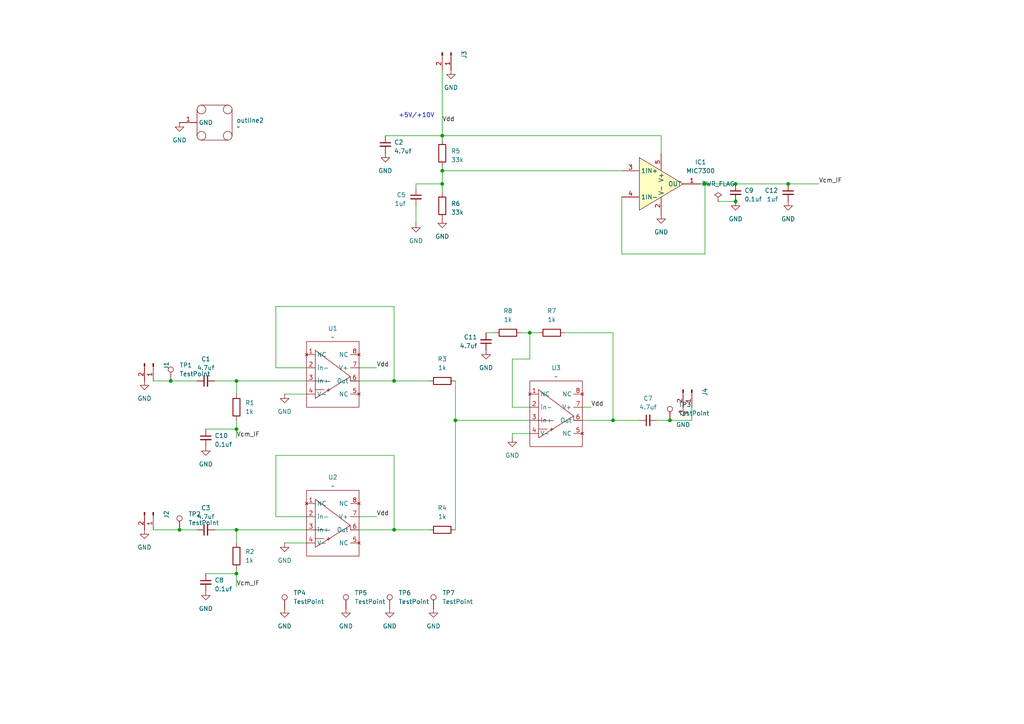
<source format=kicad_sch>
(kicad_sch (version 20231120) (generator "eeschema") (generator_version "8.0")
  (paper "A4")
  (lib_symbols
    (symbol "Connector:Conn_01x02_Pin" (pin_names (offset 1.016) hide)
      (property "Reference" "J" (at 0 2.54 0))
      (property "Value" "Conn_01x02_Pin" (at 0 -5.08 0))
      (symbol "Conn_01x02_Pin_1_1"
        (polyline (pts (xy 1.27 -2.54) (xy 0.8636 -2.54)) (stroke (width 0.1524)))
        (polyline (pts (xy 1.27 0) (xy 0.8636 0)) (stroke (width 0.1524)))
        (rectangle (start 0.8636 -2.413) (end 0 -2.667) (stroke (width 0.1524)) (fill (type outline)))
        (rectangle (start 0.8636 0.127) (end 0 -0.127) (stroke (width 0.1524)) (fill (type outline)))
        (pin passive line (at 5.08 0 180) (length 3.81) (name "Pin_1") (number "1"))
        (pin passive line (at 5.08 -2.54 180) (length 3.81) (name "Pin_2") (number "2"))
      )
    )
    (symbol "Connector:TestPoint" (pin_numbers hide) (pin_names (offset 0.762) hide)
      (property "Reference" "TP" (at 0 6.858 0))
      (property "Value" "TestPoint" (at 0 5.08 0))
      (symbol "TestPoint_0_1"
        (circle (center 0 3.302) (radius 0.762))
      )
      (symbol "TestPoint_1_1"
        (pin passive line (at 0 0 90) (length 2.54) (name "1") (number "1"))
      )
    )
    (symbol "Device:C_Small" (pin_numbers hide) (pin_names (offset 0.254) hide)
      (property "Reference" "C" (at 0.254 1.778 0))
      (property "Value" "C_Small" (at 0.254 -2.032 0))
      (symbol "C_Small_0_1"
        (polyline (pts (xy -1.524 -0.508) (xy 1.524 -0.508)) (stroke (width 0.3302)))
        (polyline (pts (xy -1.524 0.508) (xy 1.524 0.508)) (stroke (width 0.3048)))
      )
      (symbol "C_Small_1_1"
        (pin passive line (at 0 2.54 270) (length 2.032) (name "~") (number "1"))
        (pin passive line (at 0 -2.54 90) (length 2.032) (name "~") (number "2"))
      )
    )
    (symbol "Device:R" (pin_numbers hide) (pin_names (offset 0))
      (property "Reference" "R" (at 2.032 0 90))
      (property "Value" "R" (at 0 0 90))
      (symbol "R_0_1"
        (rectangle (start -1.016 -2.54) (end 1.016 2.54) (stroke (width 0.254)))
      )
      (symbol "R_1_1"
        (pin passive line (at 0 3.81 270) (length 1.27) (name "~") (number "1"))
        (pin passive line (at 0 -3.81 90) (length 1.27) (name "~") (number "2"))
      )
    )
    (symbol "MUSIC_LAB:MIC7300"
      (property "Reference" "IC" (at 16.51 10.16 0))
      (property "Value" "MIC7300" (at 15.24 6.35 0))
      (symbol "MIC7300_1_1"
        (polyline (pts (xy 5.08 7.62) (xy 5.08 -7.62) (xy 17.78 0) (xy 5.08 7.62)) (fill (type background)))
        (pin passive line (at 22.86 0 180) (length 5.08) (name "OUT") (number "1"))
        (pin passive line (at 11.43 -8.89 90) (length 5.08) (name "V-") (number "2"))
        (pin passive line (at 0 3.81 0) (length 5.08) (name "1IN+") (number "3"))
        (pin passive line (at 0 -3.81 0) (length 5.08) (name "1IN-") (number "4"))
        (pin passive line (at 11.43 8.89 270) (length 5.08) (name "V+") (number "5"))
      )
    )
    (symbol "MUSIC_LAB:OPA1611_SOIC8"
      (property "Reference" "U" (at 0 13.97 0))
      (symbol "OPA1611_SOIC8_0_0"
        (text "+" (at -1.27 6.35 0) (effects (font (size 1.27 1.27))))
        (text "-" (at -1.27 8.89 0) (effects (font (size 1.27 1.27))))
      )
      (symbol "OPA1611_SOIC8_0_1"
        (rectangle (start -7.62 20.32) (end 7.62 1.27))
        (polyline (pts (xy -5.08 6.35) (xy -2.54 6.35)))
        (polyline (pts (xy -5.08 8.89) (xy -2.54 8.89)))
        (polyline (pts (xy -5.08 17.78) (xy -5.08 3.81) (xy 5.08 10.16) (xy -5.08 17.78)))
        (polyline (pts (xy 5.08 10.16) (xy 5.08 10.16) (xy 5.08 8.89) (xy 6.985 8.89)))
      )
      (symbol "OPA1611_SOIC8_1_1"
        (pin no_connect line (at -7.62 16.51 0) (length 2.54) (name "NC") (number "1"))
        (pin input line (at -7.62 12.7 0) (length 2.54) (name "in-") (number "2"))
        (pin input line (at -7.62 8.89 0) (length 2.54) (name "in+") (number "3"))
        (pin passive line (at -7.62 5.08 0) (length 2.54) (name "V-") (number "4"))
        (pin no_connect line (at 7.62 5.08 180) (length 2.54) (name "NC") (number "5"))
        (pin output line (at 7.62 8.89 180) (length 2.54) (name "Out") (number "6"))
        (pin passive line (at 7.62 12.7 180) (length 2.54) (name "V+") (number "7"))
        (pin no_connect line (at 7.62 16.51 180) (length 2.54) (name "NC") (number "8"))
      )
    )
    (symbol "MUSIC_LAB:outline"
      (property "Reference" "outline" (at 0 6.35 0))
      (symbol "outline_0_1"
        (circle (center -3.81 -3.81) (radius 1.27))
        (circle (center -3.81 3.81) (radius 1.27))
        (polyline (pts (xy -5.08 3.81) (xy -5.08 -3.81)))
        (polyline (pts (xy -3.81 -5.08) (xy 3.81 -5.08)))
        (polyline (pts (xy 3.81 5.08) (xy -3.81 5.08)))
        (polyline (pts (xy 5.08 3.81) (xy 5.08 -3.81)))
        (circle (center 3.81 -3.81) (radius 1.27))
        (circle (center 3.81 3.81) (radius 1.27))
      )
      (symbol "outline_1_1"
        (pin free line (at -10.16 0 0) (length 5.08) (name "GND") (number "1"))
      )
    )
    (symbol "power:GND" (power) (pin_numbers hide) (pin_names (offset 0) hide)
      (property "Value" "GND" (at 0 -3.81 0))
      (symbol "GND_0_1"
        (polyline (pts (xy 0 0) (xy 0 -1.27) (xy 1.27 -1.27) (xy 0 -2.54) (xy -1.27 -1.27) (xy 0 -1.27)))
      )
      (symbol "GND_1_1"
        (pin power_in line (at 0 0 270) (length 0) (name "~") (number "1"))
      )
    )
    (symbol "power:PWR_FLAG" (power) (pin_numbers hide) (pin_names (offset 0) hide)
      (property "Value" "PWR_FLAG" (at 0 3.81 0))
      (symbol "PWR_FLAG_0_0"
        (pin power_out line (at 0 0 90) (length 0) (name "~") (number "1"))
      )
      (symbol "PWR_FLAG_0_1"
        (polyline (pts (xy 0 0) (xy 0 1.27) (xy -1.016 1.905) (xy 0 2.54) (xy 1.016 1.905) (xy 0 1.27)))
      )
    )
  )
  (junction (at 68.58 166.37))
  (junction (at 68.58 110.49))
  (junction (at 128.27 49.53))
  (junction (at 128.27 39.37))
  (junction (at 49.53 110.49))
  (junction (at 194.31 121.92))
  (junction (at 68.58 124.46))
  (junction (at 228.6 53.34))
  (junction (at 114.3 110.49))
  (junction (at 132.08 121.92))
  (junction (at 68.58 153.67))
  (junction (at 114.3 153.67))
  (junction (at 177.8 121.92))
  (junction (at 52.07 153.67))
  (junction (at 204.47 53.34))
  (junction (at 128.27 53.34))
  (junction (at 213.36 53.34))
  (junction (at 153.67 96.52))
  (junction (at 213.36 58.42))
  (wire (pts (xy 80.01 88.9) (xy 114.3 88.9)))
  (wire (pts (xy 177.8 121.92) (xy 185.42 121.92)))
  (wire (pts (xy 68.58 165.1) (xy 68.58 166.37)))
  (wire (pts (xy 120.65 64.77) (xy 120.65 59.69)))
  (wire (pts (xy 59.69 166.37) (xy 68.58 166.37)))
  (wire (pts (xy 80.01 132.08) (xy 114.3 132.08)))
  (wire (pts (xy 88.9 149.86) (xy 80.01 149.86)))
  (wire (pts (xy 80.01 149.86) (xy 80.01 132.08)))
  (wire (pts (xy 128.27 39.37) (xy 128.27 40.64)))
  (wire (pts (xy 153.67 121.92) (xy 132.08 121.92)))
  (wire (pts (xy 114.3 110.49) (xy 124.46 110.49)))
  (wire (pts (xy 80.01 106.68) (xy 80.01 88.9)))
  (wire (pts (xy 177.8 96.52) (xy 177.8 121.92)))
  (wire (pts (xy 88.9 106.68) (xy 80.01 106.68)))
  (wire (pts (xy 140.97 96.52) (xy 143.51 96.52)))
  (wire (pts (xy 62.23 153.67) (xy 68.58 153.67)))
  (wire (pts (xy 68.58 153.67) (xy 88.9 153.67)))
  (wire (pts (xy 44.45 110.49) (xy 49.53 110.49)))
  (wire (pts (xy 204.47 53.34) (xy 213.36 53.34)))
  (wire (pts (xy 194.31 121.92) (xy 190.5 121.92)))
  (wire (pts (xy 128.27 39.37) (xy 191.77 39.37)))
  (wire (pts (xy 104.14 149.86) (xy 109.22 149.86)))
  (wire (pts (xy 153.67 96.52) (xy 156.21 96.52)))
  (wire (pts (xy 153.67 104.14) (xy 153.67 96.52)))
  (wire (pts (xy 114.3 132.08) (xy 114.3 153.67)))
  (wire (pts (xy 204.47 73.66) (xy 204.47 53.34)))
  (wire (pts (xy 59.69 124.46) (xy 68.58 124.46)))
  (wire (pts (xy 148.59 125.73) (xy 153.67 125.73)))
  (wire (pts (xy 128.27 20.32) (xy 128.27 39.37)))
  (wire (pts (xy 68.58 110.49) (xy 68.58 114.3)))
  (wire (pts (xy 191.77 39.37) (xy 191.77 44.45)))
  (wire (pts (xy 68.58 121.92) (xy 68.58 124.46)))
  (wire (pts (xy 128.27 49.53) (xy 128.27 48.26)))
  (wire (pts (xy 104.14 106.68) (xy 109.22 106.68)))
  (wire (pts (xy 213.36 53.34) (xy 228.6 53.34)))
  (wire (pts (xy 104.14 153.67) (xy 114.3 153.67)))
  (wire (pts (xy 44.45 153.67) (xy 52.07 153.67)))
  (wire (pts (xy 82.55 114.3) (xy 88.9 114.3)))
  (wire (pts (xy 148.59 127) (xy 148.59 125.73)))
  (wire (pts (xy 68.58 153.67) (xy 68.58 157.48)))
  (wire (pts (xy 132.08 110.49) (xy 132.08 121.92)))
  (wire (pts (xy 120.65 53.34) (xy 128.27 53.34)))
  (wire (pts (xy 200.66 121.92) (xy 194.31 121.92)))
  (wire (pts (xy 153.67 118.11) (xy 148.59 118.11)))
  (wire (pts (xy 128.27 53.34) (xy 128.27 55.88)))
  (wire (pts (xy 177.8 121.92) (xy 168.91 121.92)))
  (wire (pts (xy 203.2 53.34) (xy 204.47 53.34)))
  (wire (pts (xy 62.23 110.49) (xy 68.58 110.49)))
  (wire (pts (xy 163.83 96.52) (xy 177.8 96.52)))
  (wire (pts (xy 49.53 110.49) (xy 57.15 110.49)))
  (wire (pts (xy 52.07 153.67) (xy 57.15 153.67)))
  (wire (pts (xy 68.58 110.49) (xy 88.9 110.49)))
  (wire (pts (xy 114.3 153.67) (xy 124.46 153.67)))
  (wire (pts (xy 148.59 118.11) (xy 148.59 104.14)))
  (wire (pts (xy 180.34 49.53) (xy 128.27 49.53)))
  (wire (pts (xy 151.13 96.52) (xy 153.67 96.52)))
  (wire (pts (xy 180.34 73.66) (xy 204.47 73.66)))
  (wire (pts (xy 180.34 57.15) (xy 180.34 73.66)))
  (wire (pts (xy 82.55 157.48) (xy 88.9 157.48)))
  (wire (pts (xy 104.14 110.49) (xy 114.3 110.49)))
  (wire (pts (xy 111.76 39.37) (xy 128.27 39.37)))
  (wire (pts (xy 132.08 121.92) (xy 132.08 153.67)))
  (wire (pts (xy 200.66 118.11) (xy 200.66 121.92)))
  (wire (pts (xy 120.65 54.61) (xy 120.65 53.34)))
  (wire (pts (xy 68.58 124.46) (xy 68.58 127)))
  (wire (pts (xy 171.45 118.11) (xy 168.91 118.11)))
  (wire (pts (xy 208.28 58.42) (xy 213.36 58.42)))
  (wire (pts (xy 114.3 88.9) (xy 114.3 110.49)))
  (wire (pts (xy 148.59 104.14) (xy 153.67 104.14)))
  (wire (pts (xy 228.6 53.34) (xy 237.49 53.34)))
  (wire (pts (xy 68.58 166.37) (xy 68.58 170.18)))
  (wire (pts (xy 128.27 49.53) (xy 128.27 53.34)))
  (text "+5V/+10V" (at 115.57 34.29 0) (effects (font (size 1.27 1.27)) (justify left bottom)))
  (label "Vdd" (at 109.22 149.86 0))
  (label "Vdd" (at 109.22 106.68 0))
  (label "Vdd" (at 128.27 35.56 0))
  (label "Vcm_IF" (at 237.49 53.34 0))
  (label "Vcm_IF" (at 68.58 170.18 0))
  (label "Vdd" (at 171.45 118.11 0))
  (label "Vcm_IF" (at 68.58 127 0))
  (symbol (lib_id "Connector:Conn_01x02_Pin") (at 130.81 15.24 270) (unit 1)
    (property "Reference" "J3" (at 134.62 15.875 0))
    (property "Value" "Conn_01x02_Pin" (effects (hide yes)))
    (property "Footprint" "Connector_JST:JST_XH_B2B-XH-AM_1x02_P2.50mm_Vertical" (effects (hide yes)))
    (property "Description" "Generic connector, single row, 01x02, script generated" (effects (hide yes)))
  )
  (symbol (lib_id "Device:R") (at 128.27 110.49 270) (unit 1)
    (property "Reference" "R3" (at 128.27 104.14 90))
    (property "Value" "1k" (at 128.27 106.68 90))
    (property "Footprint" "Capacitor_SMD:C_0402_1005Metric" (effects (hide yes)))
    (property "Description" "Resistor" (effects (hide yes)))
  )
  (symbol (lib_id "power:GND") (at 113.03 176.53 0) (unit 1)
    (property "Reference" "#PWR020" (effects (hide yes)))
    (property "Value" "GND" (at 113.03 181.61 0))
    (property "Description" "Power symbol creates a global label with name \"GND\" , ground" (effects (hide yes)))
  )
  (symbol (lib_id "Device:R") (at 160.02 96.52 270) (unit 1)
    (property "Reference" "R7" (at 160.02 90.17 90))
    (property "Value" "1k" (at 160.02 92.71 90))
    (property "Footprint" "Capacitor_SMD:C_0402_1005Metric" (effects (hide yes)))
    (property "Description" "Resistor" (effects (hide yes)))
  )
  (symbol (lib_id "Device:C_Small") (at 59.69 153.67 90) (mirror x) (unit 1)
    (property "Reference" "C3" (at 59.6963 147.32 90))
    (property "Value" "4.7uf" (at 59.6963 149.86 90))
    (property "Footprint" "Capacitor_SMD:C_0603_1608Metric" (effects (hide yes)))
    (property "Description" "Unpolarized capacitor, small symbol" (effects (hide yes)))
  )
  (symbol (lib_id "power:GND") (at 59.69 171.45 0) (unit 1)
    (property "Reference" "#PWR015" (effects (hide yes)))
    (property "Value" "GND" (at 59.69 176.53 0))
    (property "Description" "Power symbol creates a global label with name \"GND\" , ground" (effects (hide yes)))
  )
  (symbol (lib_id "power:GND") (at 59.69 129.54 0) (unit 1)
    (property "Reference" "#PWR016" (effects (hide yes)))
    (property "Value" "GND" (at 59.69 134.62 0))
    (property "Description" "Power symbol creates a global label with name \"GND\" , ground" (effects (hide yes)))
  )
  (symbol (lib_id "power:GND") (at 148.59 127 0) (unit 1)
    (property "Reference" "#PWR011" (effects (hide yes)))
    (property "Value" "GND" (at 148.59 132.08 0))
    (property "Description" "Power symbol creates a global label with name \"GND\" , ground" (effects (hide yes)))
  )
  (symbol (lib_id "Connector:Conn_01x02_Pin") (at 44.45 148.59 270) (unit 1)
    (property "Reference" "J2" (at 48.26 149.225 0))
    (property "Value" "Conn_01x02_Pin" (effects (hide yes)))
    (property "Footprint" "MUSIC_Lab:SMA_KHD_Back" (effects (hide yes)))
    (property "Description" "Generic connector, single row, 01x02, script generated" (effects (hide yes)))
  )
  (symbol (lib_id "Device:C_Small") (at 59.69 168.91 0) (mirror y) (unit 1)
    (property "Reference" "C8" (at 62.23 168.2813 0) (effects (justify right)))
    (property "Value" "0.1uf" (at 62.23 170.8213 0) (effects (justify right)))
    (property "Footprint" "Capacitor_SMD:C_0402_1005Metric" (effects (hide yes)))
    (property "Description" "Unpolarized capacitor, small symbol" (effects (hide yes)))
  )
  (symbol (lib_id "Device:C_Small") (at 228.6 55.88 0) (mirror y) (unit 1)
    (property "Reference" "C12" (at 225.679 55.2513 0) (effects (justify left)))
    (property "Value" "1uf" (at 225.679 57.7913 0) (effects (justify left)))
    (property "Footprint" "Capacitor_SMD:C_0603_1608Metric" (effects (hide yes)))
    (property "Description" "Unpolarized capacitor, small symbol" (effects (hide yes)))
  )
  (symbol (lib_id "power:GND") (at 213.36 58.42 0) (unit 1)
    (property "Reference" "#PWR09" (effects (hide yes)))
    (property "Value" "GND" (at 213.36 63.5 0))
    (property "Description" "Power symbol creates a global label with name \"GND\" , ground" (effects (hide yes)))
  )
  (symbol (lib_id "Connector:TestPoint") (at 82.55 176.53 0) (unit 1)
    (property "Reference" "TP4" (at 85.09 171.9579 0) (effects (justify left)))
    (property "Value" "TestPoint" (at 85.09 174.4979 0) (effects (justify left)))
    (property "Footprint" "MUSIC_Lab:TestPoint_Plated_Hole_D0.6mm" (effects (hide yes)))
    (property "Description" "test point" (effects (hide yes)))
  )
  (symbol (lib_id "Device:R") (at 147.32 96.52 270) (unit 1)
    (property "Reference" "R8" (at 147.32 90.17 90))
    (property "Value" "1k" (at 147.32 92.71 90))
    (property "Footprint" "Capacitor_SMD:C_0402_1005Metric" (effects (hide yes)))
    (property "Description" "Resistor" (effects (hide yes)))
  )
  (symbol (lib_id "power:GND") (at 120.65 64.77 0) (unit 1)
    (property "Reference" "#PWR02" (effects (hide yes)))
    (property "Value" "GND" (at 120.65 69.85 0))
    (property "Description" "Power symbol creates a global label with name \"GND\" , ground" (effects (hide yes)))
  )
  (symbol (lib_id "Device:R") (at 68.58 118.11 180) (unit 1)
    (property "Reference" "R1" (at 71.12 116.8399 0) (effects (justify right)))
    (property "Value" "1k" (at 71.12 119.3799 0) (effects (justify right)))
    (property "Footprint" "Capacitor_SMD:C_0402_1005Metric" (effects (hide yes)))
    (property "Description" "Resistor" (effects (hide yes)))
  )
  (symbol (lib_id "Device:C_Small") (at 187.96 121.92 90) (mirror x) (unit 1)
    (property "Reference" "C7" (at 187.9663 115.57 90))
    (property "Value" "4.7uf" (at 187.9663 118.11 90))
    (property "Footprint" "Capacitor_SMD:C_0603_1608Metric" (effects (hide yes)))
    (property "Description" "Unpolarized capacitor, small symbol" (effects (hide yes)))
  )
  (symbol (lib_id "power:GND") (at 111.76 44.45 0) (unit 1)
    (property "Reference" "#PWR05" (effects (hide yes)))
    (property "Value" "GND" (at 111.76 49.53 0))
    (property "Description" "Power symbol creates a global label with name \"GND\" , ground" (effects (hide yes)))
  )
  (symbol (lib_id "Connector:TestPoint") (at 194.31 121.92 0) (unit 1)
    (property "Reference" "TP3" (at 196.85 117.3479 0) (effects (justify left)))
    (property "Value" "TestPoint" (at 196.85 119.8879 0) (effects (justify left)))
    (property "Footprint" "MUSIC_Lab:TestPoint_Plated_Hole_D0.6mm" (effects (hide yes)))
    (property "Description" "test point" (effects (hide yes)))
  )
  (symbol (lib_id "Connector:TestPoint") (at 125.73 176.53 0) (unit 1)
    (property "Reference" "TP7" (at 128.27 171.9579 0) (effects (justify left)))
    (property "Value" "TestPoint" (at 128.27 174.4979 0) (effects (justify left)))
    (property "Footprint" "MUSIC_Lab:TestPoint_Plated_Hole_D0.6mm" (effects (hide yes)))
    (property "Description" "test point" (effects (hide yes)))
  )
  (symbol (lib_id "Device:R") (at 128.27 44.45 180) (unit 1)
    (property "Reference" "R5" (at 130.81 43.815 0) (effects (justify right)))
    (property "Value" "33k" (at 130.81 46.355 0) (effects (justify right)))
    (property "Footprint" "Capacitor_SMD:C_0402_1005Metric" (effects (hide yes)))
    (property "Description" "Resistor" (effects (hide yes)))
  )
  (symbol (lib_id "MUSIC_LAB:outline") (at 62.23 35.56 0) (unit 1)
    (property "Reference" "outline2" (at 68.58 34.9249 0) (effects (justify left)))
    (property "Value" "~" (at 68.58 36.83 0) (effects (justify left)))
    (property "Footprint" "MUSIC_Lab:Outline_4x2_cavity_20231207" (effects (hide yes)))
  )
  (symbol (lib_id "MUSIC_LAB:OPA1611_SOIC8") (at 96.52 162.56 0) (unit 1)
    (property "Reference" "U2" (at 96.52 138.43 0))
    (property "Value" "~" (at 96.52 140.97 0))
    (property "Footprint" "Package_SO:SOIC-8_3.9x4.9mm_P1.27mm" (effects (hide yes)))
  )
  (symbol (lib_id "Device:C_Small") (at 140.97 99.06 0) (mirror x) (unit 1)
    (property "Reference" "C11" (at 138.43 97.7835 0) (effects (justify right)))
    (property "Value" "4.7uf" (at 138.43 100.3235 0) (effects (justify right)))
    (property "Footprint" "Capacitor_SMD:C_0603_1608Metric" (effects (hide yes)))
    (property "Description" "Unpolarized capacitor, small symbol" (effects (hide yes)))
  )
  (symbol (lib_id "power:PWR_FLAG") (at 208.28 58.42 0) (unit 1)
    (property "Reference" "#FLG01" (effects (hide yes)))
    (property "Value" "PWR_FLAG" (at 208.28 53.34 0))
    (property "Description" "Special symbol for telling ERC where power comes from" (effects (hide yes)))
  )
  (symbol (lib_id "power:GND") (at 52.07 35.56 0) (unit 1)
    (property "Reference" "#PWR01" (effects (hide yes)))
    (property "Value" "GND" (at 52.07 40.64 0))
    (property "Description" "Power symbol creates a global label with name \"GND\" , ground" (effects (hide yes)))
  )
  (symbol (lib_id "Connector:Conn_01x02_Pin") (at 200.66 113.03 270) (unit 1)
    (property "Reference" "J4" (at 204.47 113.665 0))
    (property "Value" "Conn_01x02_Pin" (effects (hide yes)))
    (property "Footprint" "MUSIC_Lab:SMA_KHD_Back" (effects (hide yes)))
    (property "Description" "Generic connector, single row, 01x02, script generated" (effects (hide yes)))
  )
  (symbol (lib_id "MUSIC_LAB:OPA1611_SOIC8") (at 161.29 130.81 0) (unit 1)
    (property "Reference" "U3" (at 161.29 106.68 0))
    (property "Value" "~" (at 161.29 109.22 0))
    (property "Footprint" "Package_SO:SOIC-8_3.9x4.9mm_P1.27mm" (effects (hide yes)))
  )
  (symbol (lib_id "Device:C_Small") (at 59.69 110.49 90) (mirror x) (unit 1)
    (property "Reference" "C1" (at 59.6963 104.14 90))
    (property "Value" "4.7uf" (at 59.6963 106.68 90))
    (property "Footprint" "Capacitor_SMD:C_0603_1608Metric" (effects (hide yes)))
    (property "Description" "Unpolarized capacitor, small symbol" (effects (hide yes)))
  )
  (symbol (lib_id "Connector:TestPoint") (at 52.07 153.67 0) (unit 1)
    (property "Reference" "TP2" (at 54.61 149.0979 0) (effects (justify left)))
    (property "Value" "TestPoint" (at 54.61 151.6379 0) (effects (justify left)))
    (property "Footprint" "MUSIC_Lab:TestPoint_Plated_Hole_D0.6mm" (effects (hide yes)))
    (property "Description" "test point" (effects (hide yes)))
  )
  (symbol (lib_id "power:GND") (at 140.97 101.6 0) (unit 1)
    (property "Reference" "#PWR017" (effects (hide yes)))
    (property "Value" "GND" (at 140.97 106.68 0))
    (property "Description" "Power symbol creates a global label with name \"GND\" , ground" (effects (hide yes)))
  )
  (symbol (lib_id "Device:R") (at 68.58 161.29 180) (unit 1)
    (property "Reference" "R2" (at 71.12 160.0199 0) (effects (justify right)))
    (property "Value" "1k" (at 71.12 162.5599 0) (effects (justify right)))
    (property "Footprint" "Capacitor_SMD:C_0402_1005Metric" (effects (hide yes)))
    (property "Description" "Resistor" (effects (hide yes)))
  )
  (symbol (lib_id "MUSIC_LAB:MIC7300") (at 180.34 53.34 0) (unit 1)
    (property "Reference" "IC1" (at 203.2 47.0214 0))
    (property "Value" "MIC7300" (at 203.2 49.5614 0))
    (property "Footprint" "Package_TO_SOT_SMD:SOT-23-5" (effects (hide yes)))
    (property "Datasheet" "http://www.ti.com/lit/gpn/lmv321" (effects (hide yes)))
    (property "Description" "Single Low-Voltage Rail-to-Rail Output Operational Amplifier  see LMV321A for upgraded version" (effects (hide yes)))
    (property "Height" "1.45" (effects (hide yes)))
    (property "Mouser Part Number" "595-LMV321IDBVR" (effects (hide yes)))
    (property "Mouser Price/Stock" "https://www.mouser.co.uk/ProductDetail/Texas-Instruments/LMV321IDBVR?qs=IF4wzcbwb3pJ61%2F1fvjmqQ%3D%3D" (effects (hide yes)))
    (property "Manufacturer_Name" "Texas Instruments" (effects (hide yes)))
    (property "Manufacturer_Part_Number" "LMV321IDBVR" (effects (hide yes)))
  )
  (symbol (lib_id "Device:C_Small") (at 111.76 41.91 0) (unit 1)
    (property "Reference" "C2" (at 114.3 41.2813 0) (effects (justify left)))
    (property "Value" "4.7uf" (at 114.3 43.8213 0) (effects (justify left)))
    (property "Footprint" "Capacitor_SMD:C_0603_1608Metric" (effects (hide yes)))
    (property "Description" "Unpolarized capacitor, small symbol" (effects (hide yes)))
  )
  (symbol (lib_id "power:GND") (at 191.77 62.23 0) (unit 1)
    (property "Reference" "#PWR08" (effects (hide yes)))
    (property "Value" "GND" (at 191.77 67.31 0))
    (property "Description" "Power symbol creates a global label with name \"GND\" , ground" (effects (hide yes)))
  )
  (symbol (lib_id "Connector:TestPoint") (at 100.33 176.53 0) (unit 1)
    (property "Reference" "TP5" (at 102.87 171.9579 0) (effects (justify left)))
    (property "Value" "TestPoint" (at 102.87 174.4979 0) (effects (justify left)))
    (property "Footprint" "MUSIC_Lab:TestPoint_Plated_Hole_D0.6mm" (effects (hide yes)))
    (property "Description" "test point" (effects (hide yes)))
  )
  (symbol (lib_id "Device:R") (at 128.27 153.67 270) (unit 1)
    (property "Reference" "R4" (at 128.27 147.32 90))
    (property "Value" "1k" (at 128.27 149.86 90))
    (property "Footprint" "Capacitor_SMD:C_0402_1005Metric" (effects (hide yes)))
    (property "Description" "Resistor" (effects (hide yes)))
  )
  (symbol (lib_id "Connector:Conn_01x02_Pin") (at 44.45 105.41 270) (unit 1)
    (property "Reference" "J1" (at 48.26 106.045 0))
    (property "Value" "Conn_01x02_Pin" (effects (hide yes)))
    (property "Footprint" "MUSIC_Lab:SMA_KHD_Back" (effects (hide yes)))
    (property "Description" "Generic connector, single row, 01x02, script generated" (effects (hide yes)))
  )
  (symbol (lib_id "Device:C_Small") (at 59.69 127 0) (mirror y) (unit 1)
    (property "Reference" "C10" (at 62.23 126.3713 0) (effects (justify right)))
    (property "Value" "0.1uf" (at 62.23 128.9113 0) (effects (justify right)))
    (property "Footprint" "Capacitor_SMD:C_0402_1005Metric" (effects (hide yes)))
    (property "Description" "Unpolarized capacitor, small symbol" (effects (hide yes)))
  )
  (symbol (lib_id "power:GND") (at 82.55 114.3 0) (unit 1)
    (property "Reference" "#PWR06" (effects (hide yes)))
    (property "Value" "GND" (at 82.55 119.38 0))
    (property "Description" "Power symbol creates a global label with name \"GND\" , ground" (effects (hide yes)))
  )
  (symbol (lib_id "power:GND") (at 128.27 63.5 0) (unit 1)
    (property "Reference" "#PWR03" (effects (hide yes)))
    (property "Value" "GND" (at 128.27 68.58 0))
    (property "Description" "Power symbol creates a global label with name \"GND\" , ground" (effects (hide yes)))
  )
  (symbol (lib_id "power:GND") (at 130.81 20.32 0) (unit 1)
    (property "Reference" "#PWR04" (effects (hide yes)))
    (property "Value" "GND" (at 130.81 25.4 0))
    (property "Description" "Power symbol creates a global label with name \"GND\" , ground" (effects (hide yes)))
  )
  (symbol (lib_id "power:GND") (at 228.6 58.42 0) (unit 1)
    (property "Reference" "#PWR010" (effects (hide yes)))
    (property "Value" "GND" (at 228.6 63.5 0))
    (property "Description" "Power symbol creates a global label with name \"GND\" , ground" (effects (hide yes)))
  )
  (symbol (lib_id "Device:C_Small") (at 120.65 57.15 0) (mirror y) (unit 1)
    (property "Reference" "C5" (at 117.729 56.5213 0) (effects (justify left)))
    (property "Value" "1uf" (at 117.729 59.0613 0) (effects (justify left)))
    (property "Footprint" "Capacitor_SMD:C_0603_1608Metric" (effects (hide yes)))
    (property "Description" "Unpolarized capacitor, small symbol" (effects (hide yes)))
  )
  (symbol (lib_id "power:GND") (at 125.73 176.53 0) (unit 1)
    (property "Reference" "#PWR021" (effects (hide yes)))
    (property "Value" "GND" (at 125.73 181.61 0))
    (property "Description" "Power symbol creates a global label with name \"GND\" , ground" (effects (hide yes)))
  )
  (symbol (lib_id "MUSIC_LAB:OPA1611_SOIC8") (at 96.52 119.38 0) (unit 1)
    (property "Reference" "U1" (at 96.52 95.25 0))
    (property "Value" "~" (at 96.52 97.79 0))
    (property "Footprint" "Package_SO:SOIC-8_3.9x4.9mm_P1.27mm" (effects (hide yes)))
  )
  (symbol (lib_id "power:GND") (at 41.91 110.49 0) (unit 1)
    (property "Reference" "#PWR012" (effects (hide yes)))
    (property "Value" "GND" (at 41.91 115.57 0))
    (property "Description" "Power symbol creates a global label with name \"GND\" , ground" (effects (hide yes)))
  )
  (symbol (lib_id "Connector:TestPoint") (at 113.03 176.53 0) (unit 1)
    (property "Reference" "TP6" (at 115.57 171.9579 0) (effects (justify left)))
    (property "Value" "TestPoint" (at 115.57 174.4979 0) (effects (justify left)))
    (property "Footprint" "MUSIC_Lab:TestPoint_Plated_Hole_D0.6mm" (effects (hide yes)))
    (property "Description" "test point" (effects (hide yes)))
  )
  (symbol (lib_id "Device:C_Small") (at 213.36 55.88 0) (mirror y) (unit 1)
    (property "Reference" "C9" (at 215.9 55.2513 0) (effects (justify right)))
    (property "Value" "0.1uf" (at 215.9 57.7913 0) (effects (justify right)))
    (property "Footprint" "Capacitor_SMD:C_0402_1005Metric" (effects (hide yes)))
    (property "Description" "Unpolarized capacitor, small symbol" (effects (hide yes)))
  )
  (symbol (lib_id "power:GND") (at 82.55 176.53 0) (unit 1)
    (property "Reference" "#PWR018" (effects (hide yes)))
    (property "Value" "GND" (at 82.55 181.61 0))
    (property "Description" "Power symbol creates a global label with name \"GND\" , ground" (effects (hide yes)))
  )
  (symbol (lib_id "Connector:TestPoint") (at 49.53 110.49 0) (unit 1)
    (property "Reference" "TP1" (at 52.07 105.9179 0) (effects (justify left)))
    (property "Value" "TestPoint" (at 52.07 108.4579 0) (effects (justify left)))
    (property "Footprint" "MUSIC_Lab:TestPoint_Plated_Hole_D0.6mm" (effects (hide yes)))
    (property "Description" "test point" (effects (hide yes)))
  )
  (symbol (lib_id "Device:R") (at 128.27 59.69 180) (unit 1)
    (property "Reference" "R6" (at 130.81 59.055 0) (effects (justify right)))
    (property "Value" "33k" (at 130.81 61.595 0) (effects (justify right)))
    (property "Footprint" "Capacitor_SMD:C_0402_1005Metric" (effects (hide yes)))
    (property "Description" "Resistor" (effects (hide yes)))
  )
  (symbol (lib_id "power:GND") (at 41.91 153.67 0) (unit 1)
    (property "Reference" "#PWR013" (effects (hide yes)))
    (property "Value" "GND" (at 41.91 158.75 0))
    (property "Description" "Power symbol creates a global label with name \"GND\" , ground" (effects (hide yes)))
  )
  (symbol (lib_id "power:GND") (at 100.33 176.53 0) (unit 1)
    (property "Reference" "#PWR019" (effects (hide yes)))
    (property "Value" "GND" (at 100.33 181.61 0))
    (property "Description" "Power symbol creates a global label with name \"GND\" , ground" (effects (hide yes)))
  )
  (symbol (lib_id "power:GND") (at 198.12 118.11 0) (unit 1)
    (property "Reference" "#PWR014" (effects (hide yes)))
    (property "Value" "GND" (at 198.12 123.19 0))
    (property "Description" "Power symbol creates a global label with name \"GND\" , ground" (effects (hide yes)))
  )
  (symbol (lib_id "power:GND") (at 82.55 157.48 0) (unit 1)
    (property "Reference" "#PWR07" (effects (hide yes)))
    (property "Value" "GND" (at 82.55 162.56 0))
    (property "Description" "Power symbol creates a global label with name \"GND\" , ground" (effects (hide yes)))
  )
)
</source>
